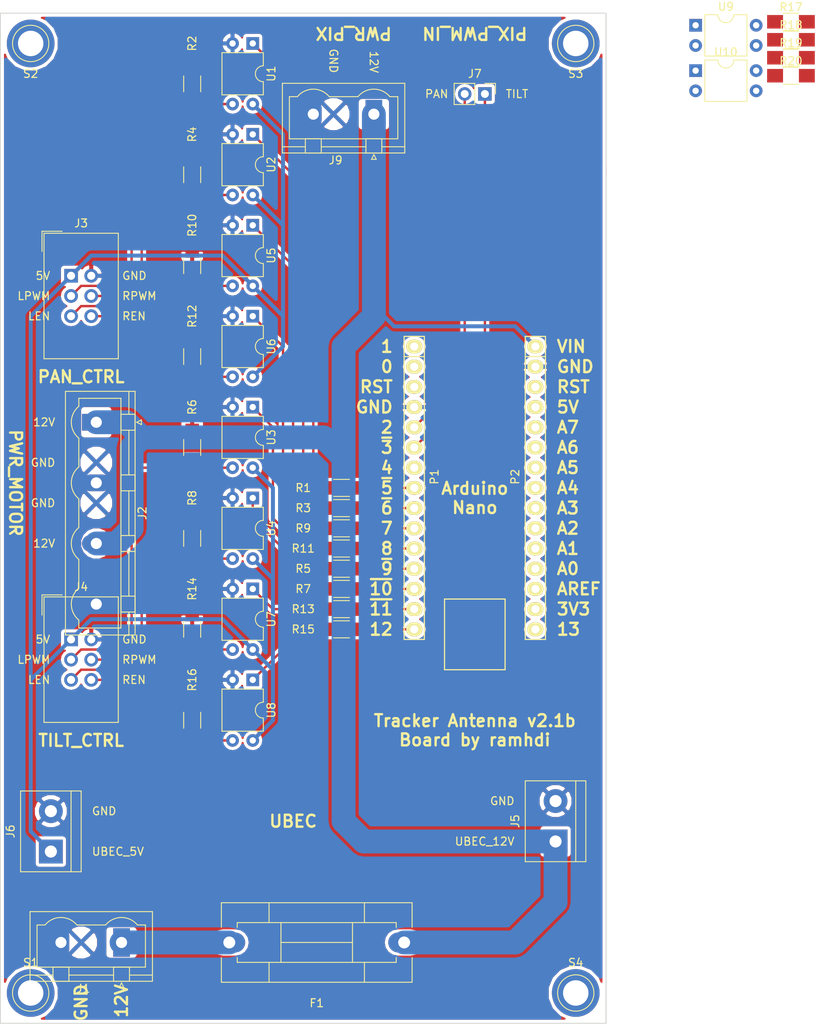
<source format=kicad_pcb>
(kicad_pcb (version 20171130) (host pcbnew "(5.0.0)")
  (title_block (title "Tracker Antenna v2.1b") (date 2018-07-12) (company "Aksantara ITB"))
  (layers (0 F.Cu signal) (31 B.Cu signal) (34 B.Paste user) (35 F.Paste user) (36 B.SilkS user) (37 F.SilkS user) (38 B.Mask user) (39 F.Mask user) (44 Edge.Cuts user))
  (net 0 "")
  (net 1 "/1(Tx)")
  (net 2 "/0(Rx)")
  (net 3 /Reset)
  (net 4 GND)
  (net 5 /4)
  (net 6 +5V)
  (net 7 /A7)
  (net 8 /A6)
  (net 9 /A5)
  (net 10 /A4)
  (net 11 /A3)
  (net 12 /A2)
  (net 13 /A1)
  (net 14 /A0)
  (net 15 /AREF)
  (net 16 "/13(SCK)")
  (net 17 "Net-(F1-Pad2)")
  (net 18 +12V)
  (net 19 PAN_L_EN)
  (net 20 PAN_R_EN)
  (net 21 PAN_L_PWM)
  (net 22 PAN_R_PWM)
  (net 23 TILT_L_EN)
  (net 24 TILT_R_EN)
  (net 25 TILT_L_PWM)
  (net 26 TILT_R_PWM)
  (net 27 PAN_PWM_IN)
  (net 28 TILT_PWM_IN)
  (net 29 /5V)
  (net 30 /3V3)
  (net 31 PAN_L_PWM_ISOL)
  (net 32 PAN_R_PWM_ISOL)
  (net 33 TILT_L_PWM_ISOL)
  (net 34 TILT_R_PWM_ISOL)
  (net 35 "Net-(R1-Pad1)")
  (net 36 "Net-(R3-Pad2)")
  (net 37 "Net-(R5-Pad1)")
  (net 38 "Net-(R7-Pad2)")
  (net 39 "Net-(R9-Pad1)")
  (net 40 PAN_L_EN_ISOL)
  (net 41 "Net-(R11-Pad2)")
  (net 42 PAN_R_EN_ISOL)
  (net 43 "Net-(R13-Pad1)")
  (net 44 TILT_L_EN_ISOL)
  (net 45 "Net-(R15-Pad2)")
  (net 46 TILT_R_EN_ISOL)
  (net 47 PAN_PWM_IN_ISOL)
  (net 48 TILT_PWM_IN_ISOL)
  (net 49 "Net-(R17-Pad1)")
  (net 50 "Net-(R19-Pad2)")
  (module Fuse_Holders_and_Fuses:Fuseholder5x20_horiz_SemiClosed_Casing10x25mm (layer F.Cu) (at 110.236 133.477 180)
    (fp_text reference F1 (at 11 -7.62 180) (layer F.SilkS))
    (fp_text value Fuse)
    (pad 2 thru_hole oval (at 22 0 90) (size 2.5 4) (drill 1.5) (layers *.Cu *.Mask) (net 17 "Net-(F1-Pad2)"))
    (pad 1 thru_hole oval (at 0 0 90) (size 2.5 4) (drill 1.5) (layers *.Cu *.Mask) (net 18 +12V))
  )
  (module Connectors:1pin (layer F.Cu) (at 131.826 20.447)
    (fp_text reference S3 (at 0 3.81) (layer F.SilkS))
    (fp_text value 1pin)
    (pad 1 thru_hole circle (at 0 0) (size 6 6) (drill 3.2) (layers *.Cu *.Mask))
  )
  (module Connectors:1pin (layer F.Cu) (at 131.826 139.827)
    (fp_text reference S4 (at 0 -3.81) (layer F.SilkS))
    (fp_text value 1pin)
    (pad 1 thru_hole circle (at 0 0) (size 6 6) (drill 3.2) (layers *.Cu *.Mask))
  )
  (module Connectors:1pin (layer F.Cu) (at 63.246 139.827)
    (fp_text reference S1 (at 0 -3.81) (layer F.SilkS))
    (fp_text value 1pin)
    (pad 1 thru_hole circle (at 0 0) (size 6 6) (drill 3.2) (layers *.Cu *.Mask))
  )
  (module Socket_Arduino_Nano:Socket_Strip_Arduino_1x15 (layer F.Cu) (at 111.506 58.547 270)
    (fp_text reference P1 (at 16.383 -2.54 270) (layer F.SilkS))
    (fp_text value Digital)
    (pad 1 thru_hole oval (at 0 0 270) (size 1.7272 2.032) (drill 1.016) (layers *.Cu *.Mask F.SilkS) (net 1 "/1(Tx)"))
    (pad 2 thru_hole oval (at 2.54 0 270) (size 1.7272 2.032) (drill 1.016) (layers *.Cu *.Mask F.SilkS) (net 2 "/0(Rx)"))
    (pad 3 thru_hole oval (at 5.08 0 270) (size 1.7272 2.032) (drill 1.016) (layers *.Cu *.Mask F.SilkS) (net 3 /Reset))
    (pad 4 thru_hole oval (at 7.62 0 270) (size 1.7272 2.032) (drill 1.016) (layers *.Cu *.Mask F.SilkS) (net 4 GND))
    (pad 5 thru_hole oval (at 10.16 0 270) (size 1.7272 2.032) (drill 1.016) (layers *.Cu *.Mask F.SilkS) (net 47 PAN_PWM_IN_ISOL))
    (pad 6 thru_hole oval (at 12.7 0 270) (size 1.7272 2.032) (drill 1.016) (layers *.Cu *.Mask F.SilkS) (net 48 TILT_PWM_IN_ISOL))
    (pad 7 thru_hole oval (at 15.24 0 270) (size 1.7272 2.032) (drill 1.016) (layers *.Cu *.Mask F.SilkS) (net 5 /4))
    (pad 8 thru_hole oval (at 17.78 0 270) (size 1.7272 2.032) (drill 1.016) (layers *.Cu *.Mask F.SilkS) (net 21 PAN_L_PWM))
    (pad 9 thru_hole oval (at 20.32 0 270) (size 1.7272 2.032) (drill 1.016) (layers *.Cu *.Mask F.SilkS) (net 22 PAN_R_PWM))
    (pad 10 thru_hole oval (at 22.86 0 270) (size 1.7272 2.032) (drill 1.016) (layers *.Cu *.Mask F.SilkS) (net 19 PAN_L_EN))
    (pad 11 thru_hole oval (at 25.4 0 270) (size 1.7272 2.032) (drill 1.016) (layers *.Cu *.Mask F.SilkS) (net 20 PAN_R_EN))
    (pad 12 thru_hole oval (at 27.94 0 270) (size 1.7272 2.032) (drill 1.016) (layers *.Cu *.Mask F.SilkS) (net 25 TILT_L_PWM))
    (pad 13 thru_hole oval (at 30.48 0 270) (size 1.7272 2.032) (drill 1.016) (layers *.Cu *.Mask F.SilkS) (net 26 TILT_R_PWM))
    (pad 14 thru_hole oval (at 33.02 0 270) (size 1.7272 2.032) (drill 1.016) (layers *.Cu *.Mask F.SilkS) (net 23 TILT_L_EN))
    (pad 15 thru_hole oval (at 35.56 0 270) (size 1.7272 2.032) (drill 1.016) (layers *.Cu *.Mask F.SilkS) (net 24 TILT_R_EN))
  )
  (module Socket_Arduino_Nano:Socket_Strip_Arduino_1x15 (layer F.Cu) (at 126.746 58.547 270)
    (fp_text reference P2 (at 16.383 2.54 270) (layer F.SilkS))
    (fp_text value Analog)
    (pad 1 thru_hole oval (at 0 0 270) (size 1.7272 2.032) (drill 1.016) (layers *.Cu *.Mask F.SilkS) (net 18 +12V))
    (pad 2 thru_hole oval (at 2.54 0 270) (size 1.7272 2.032) (drill 1.016) (layers *.Cu *.Mask F.SilkS) (net 4 GND))
    (pad 3 thru_hole oval (at 5.08 0 270) (size 1.7272 2.032) (drill 1.016) (layers *.Cu *.Mask F.SilkS) (net 3 /Reset))
    (pad 4 thru_hole oval (at 7.62 0 270) (size 1.7272 2.032) (drill 1.016) (layers *.Cu *.Mask F.SilkS) (net 29 /5V))
    (pad 5 thru_hole oval (at 10.16 0 270) (size 1.7272 2.032) (drill 1.016) (layers *.Cu *.Mask F.SilkS) (net 7 /A7))
    (pad 6 thru_hole oval (at 12.7 0 270) (size 1.7272 2.032) (drill 1.016) (layers *.Cu *.Mask F.SilkS) (net 8 /A6))
    (pad 7 thru_hole oval (at 15.24 0 270) (size 1.7272 2.032) (drill 1.016) (layers *.Cu *.Mask F.SilkS) (net 9 /A5))
    (pad 8 thru_hole oval (at 17.78 0 270) (size 1.7272 2.032) (drill 1.016) (layers *.Cu *.Mask F.SilkS) (net 10 /A4))
    (pad 9 thru_hole oval (at 20.32 0 270) (size 1.7272 2.032) (drill 1.016) (layers *.Cu *.Mask F.SilkS) (net 11 /A3))
    (pad 10 thru_hole oval (at 22.86 0 270) (size 1.7272 2.032) (drill 1.016) (layers *.Cu *.Mask F.SilkS) (net 12 /A2))
    (pad 11 thru_hole oval (at 25.4 0 270) (size 1.7272 2.032) (drill 1.016) (layers *.Cu *.Mask F.SilkS) (net 13 /A1))
    (pad 12 thru_hole oval (at 27.94 0 270) (size 1.7272 2.032) (drill 1.016) (layers *.Cu *.Mask F.SilkS) (net 14 /A0))
    (pad 13 thru_hole oval (at 30.48 0 270) (size 1.7272 2.032) (drill 1.016) (layers *.Cu *.Mask F.SilkS) (net 15 /AREF))
    (pad 14 thru_hole oval (at 33.02 0 270) (size 1.7272 2.032) (drill 1.016) (layers *.Cu *.Mask F.SilkS) (net 30 /3V3))
    (pad 15 thru_hole oval (at 35.56 0 270) (size 1.7272 2.032) (drill 1.016) (layers *.Cu *.Mask F.SilkS) (net 16 "/13(SCK)"))
  )
  (module Connectors:1pin (layer F.Cu) (at 63.246 20.447)
    (fp_text reference S2 (at 0 3.81) (layer F.SilkS))
    (fp_text value 1pin)
    (pad 1 thru_hole circle (at 0 0) (size 6 6) (drill 3.2) (layers *.Cu *.Mask))
  )
  (module Housings_DIP:DIP-4_W7.62mm (layer F.Cu) (at 91.186 20.447 270)
    (fp_text reference U1 (at 3.81 -2.33 270) (layer F.SilkS))
    (fp_text value TLP785)
    (pad 1 thru_hole rect (at 0 0 270) (size 1.6 1.6) (drill 0.8) (layers *.Cu *.Mask) (net 35 "Net-(R1-Pad1)"))
    (pad 3 thru_hole oval (at 7.62 2.54 270) (size 1.6 1.6) (drill 0.8) (layers *.Cu *.Mask) (net 31 PAN_L_PWM_ISOL))
    (pad 2 thru_hole oval (at 0 2.54 270) (size 1.6 1.6) (drill 0.8) (layers *.Cu *.Mask) (net 4 GND))
    (pad 4 thru_hole oval (at 7.62 0 270) (size 1.6 1.6) (drill 0.8) (layers *.Cu *.Mask) (net 6 +5V))
  )
  (module Housings_DIP:DIP-4_W7.62mm (layer F.Cu) (at 91.186 31.877 270)
    (fp_text reference U2 (at 3.81 -2.33 270) (layer F.SilkS))
    (fp_text value TLP785)
    (pad 1 thru_hole rect (at 0 0 270) (size 1.6 1.6) (drill 0.8) (layers *.Cu *.Mask) (net 36 "Net-(R3-Pad2)"))
    (pad 3 thru_hole oval (at 7.62 2.54 270) (size 1.6 1.6) (drill 0.8) (layers *.Cu *.Mask) (net 32 PAN_R_PWM_ISOL))
    (pad 2 thru_hole oval (at 0 2.54 270) (size 1.6 1.6) (drill 0.8) (layers *.Cu *.Mask) (net 4 GND))
    (pad 4 thru_hole oval (at 7.62 0 270) (size 1.6 1.6) (drill 0.8) (layers *.Cu *.Mask) (net 6 +5V))
  )
  (module Housings_DIP:DIP-4_W7.62mm (layer F.Cu) (at 91.186 66.167 270)
    (fp_text reference U3 (at 3.81 -2.33 270) (layer F.SilkS))
    (fp_text value TLP785)
    (pad 1 thru_hole rect (at 0 0 270) (size 1.6 1.6) (drill 0.8) (layers *.Cu *.Mask) (net 37 "Net-(R5-Pad1)"))
    (pad 3 thru_hole oval (at 7.62 2.54 270) (size 1.6 1.6) (drill 0.8) (layers *.Cu *.Mask) (net 33 TILT_L_PWM_ISOL))
    (pad 2 thru_hole oval (at 0 2.54 270) (size 1.6 1.6) (drill 0.8) (layers *.Cu *.Mask) (net 4 GND))
    (pad 4 thru_hole oval (at 7.62 0 270) (size 1.6 1.6) (drill 0.8) (layers *.Cu *.Mask) (net 6 +5V))
  )
  (module Housings_DIP:DIP-4_W7.62mm (layer F.Cu) (at 91.186 77.597 270)
    (fp_text reference U4 (at 3.81 -2.33 270) (layer F.SilkS))
    (fp_text value TLP785)
    (pad 1 thru_hole rect (at 0 0 270) (size 1.6 1.6) (drill 0.8) (layers *.Cu *.Mask) (net 38 "Net-(R7-Pad2)"))
    (pad 3 thru_hole oval (at 7.62 2.54 270) (size 1.6 1.6) (drill 0.8) (layers *.Cu *.Mask) (net 34 TILT_R_PWM_ISOL))
    (pad 2 thru_hole oval (at 0 2.54 270) (size 1.6 1.6) (drill 0.8) (layers *.Cu *.Mask) (net 4 GND))
    (pad 4 thru_hole oval (at 7.62 0 270) (size 1.6 1.6) (drill 0.8) (layers *.Cu *.Mask) (net 6 +5V))
  )
  (module Housings_DIP:DIP-4_W7.62mm (layer F.Cu) (at 91.186 43.307 270)
    (fp_text reference U5 (at 3.81 -2.33 270) (layer F.SilkS))
    (fp_text value TLP785)
    (pad 1 thru_hole rect (at 0 0 270) (size 1.6 1.6) (drill 0.8) (layers *.Cu *.Mask) (net 39 "Net-(R9-Pad1)"))
    (pad 3 thru_hole oval (at 7.62 2.54 270) (size 1.6 1.6) (drill 0.8) (layers *.Cu *.Mask) (net 40 PAN_L_EN_ISOL))
    (pad 2 thru_hole oval (at 0 2.54 270) (size 1.6 1.6) (drill 0.8) (layers *.Cu *.Mask) (net 4 GND))
    (pad 4 thru_hole oval (at 7.62 0 270) (size 1.6 1.6) (drill 0.8) (layers *.Cu *.Mask) (net 6 +5V))
  )
  (module Housings_DIP:DIP-4_W7.62mm (layer F.Cu) (at 91.186 54.737 270)
    (fp_text reference U6 (at 3.81 -2.33 270) (layer F.SilkS))
    (fp_text value TLP785)
    (pad 1 thru_hole rect (at 0 0 270) (size 1.6 1.6) (drill 0.8) (layers *.Cu *.Mask) (net 41 "Net-(R11-Pad2)"))
    (pad 3 thru_hole oval (at 7.62 2.54 270) (size 1.6 1.6) (drill 0.8) (layers *.Cu *.Mask) (net 42 PAN_R_EN_ISOL))
    (pad 2 thru_hole oval (at 0 2.54 270) (size 1.6 1.6) (drill 0.8) (layers *.Cu *.Mask) (net 4 GND))
    (pad 4 thru_hole oval (at 7.62 0 270) (size 1.6 1.6) (drill 0.8) (layers *.Cu *.Mask) (net 6 +5V))
  )
  (module Housings_DIP:DIP-4_W7.62mm (layer F.Cu) (at 91.186 89.027 270)
    (fp_text reference U7 (at 3.81 -2.33 270) (layer F.SilkS))
    (fp_text value TLP785)
    (pad 1 thru_hole rect (at 0 0 270) (size 1.6 1.6) (drill 0.8) (layers *.Cu *.Mask) (net 43 "Net-(R13-Pad1)"))
    (pad 3 thru_hole oval (at 7.62 2.54 270) (size 1.6 1.6) (drill 0.8) (layers *.Cu *.Mask) (net 44 TILT_L_EN_ISOL))
    (pad 2 thru_hole oval (at 0 2.54 270) (size 1.6 1.6) (drill 0.8) (layers *.Cu *.Mask) (net 4 GND))
    (pad 4 thru_hole oval (at 7.62 0 270) (size 1.6 1.6) (drill 0.8) (layers *.Cu *.Mask) (net 6 +5V))
  )
  (module Housings_DIP:DIP-4_W7.62mm (layer F.Cu) (at 91.186 100.457 270)
    (fp_text reference U8 (at 3.81 -2.33 270) (layer F.SilkS))
    (fp_text value TLP785)
    (pad 1 thru_hole rect (at 0 0 270) (size 1.6 1.6) (drill 0.8) (layers *.Cu *.Mask) (net 45 "Net-(R15-Pad2)"))
    (pad 3 thru_hole oval (at 7.62 2.54 270) (size 1.6 1.6) (drill 0.8) (layers *.Cu *.Mask) (net 46 TILT_R_EN_ISOL))
    (pad 2 thru_hole oval (at 0 2.54 270) (size 1.6 1.6) (drill 0.8) (layers *.Cu *.Mask) (net 4 GND))
    (pad 4 thru_hole oval (at 7.62 0 270) (size 1.6 1.6) (drill 0.8) (layers *.Cu *.Mask) (net 6 +5V))
  )
  (module Resistors_SMD:R_1206_HandSoldering (layer F.Cu) (at 102.362 76.327)
    (fp_text reference R1 (at -4.826 0) (layer F.SilkS))
    (fp_text value 1k)
    (pad 1 smd rect (at -2 0) (size 2 1.7) (layers F.Cu F.Paste F.Mask) (net 35 "Net-(R1-Pad1)"))
    (pad 2 smd rect (at 2 0) (size 2 1.7) (layers F.Cu F.Paste F.Mask) (net 21 PAN_L_PWM))
  )
  (module Resistors_SMD:R_1206_HandSoldering (layer F.Cu) (at 83.566 25.527 270)
    (fp_text reference R2 (at -5.08 0 270) (layer F.SilkS))
    (fp_text value 1k)
    (pad 1 smd rect (at -2 0 270) (size 2 1.7) (layers F.Cu F.Paste F.Mask) (net 4 GND))
    (pad 2 smd rect (at 2 0 270) (size 2 1.7) (layers F.Cu F.Paste F.Mask) (net 31 PAN_L_PWM_ISOL))
  )
  (module Resistors_SMD:R_1206_HandSoldering (layer F.Cu) (at 102.362 78.867 180)
    (fp_text reference R3 (at 4.826 0 180) (layer F.SilkS))
    (fp_text value 1k)
    (pad 1 smd rect (at -2 0 180) (size 2 1.7) (layers F.Cu F.Paste F.Mask) (net 22 PAN_R_PWM))
    (pad 2 smd rect (at 2 0 180) (size 2 1.7) (layers F.Cu F.Paste F.Mask) (net 36 "Net-(R3-Pad2)"))
  )
  (module Resistors_SMD:R_1206_HandSoldering (layer F.Cu) (at 83.566 36.957 90)
    (fp_text reference R4 (at 5.08 0 90) (layer F.SilkS))
    (fp_text value 1k)
    (pad 1 smd rect (at -2 0 90) (size 2 1.7) (layers F.Cu F.Paste F.Mask) (net 32 PAN_R_PWM_ISOL))
    (pad 2 smd rect (at 2 0 90) (size 2 1.7) (layers F.Cu F.Paste F.Mask) (net 4 GND))
  )
  (module Resistors_SMD:R_1206_HandSoldering (layer F.Cu) (at 102.362 86.487)
    (fp_text reference R5 (at -4.826 0) (layer F.SilkS))
    (fp_text value 1k)
    (pad 1 smd rect (at -2 0) (size 2 1.7) (layers F.Cu F.Paste F.Mask) (net 37 "Net-(R5-Pad1)"))
    (pad 2 smd rect (at 2 0) (size 2 1.7) (layers F.Cu F.Paste F.Mask) (net 25 TILT_L_PWM))
  )
  (module Resistors_SMD:R_1206_HandSoldering (layer F.Cu) (at 83.566 71.247 270)
    (fp_text reference R6 (at -5.08 0 270) (layer F.SilkS))
    (fp_text value 1k)
    (pad 1 smd rect (at -2 0 270) (size 2 1.7) (layers F.Cu F.Paste F.Mask) (net 4 GND))
    (pad 2 smd rect (at 2 0 270) (size 2 1.7) (layers F.Cu F.Paste F.Mask) (net 33 TILT_L_PWM_ISOL))
  )
  (module Resistors_SMD:R_1206_HandSoldering (layer F.Cu) (at 102.362 89.027 180)
    (fp_text reference R7 (at 4.826 0 180) (layer F.SilkS))
    (fp_text value 1k)
    (pad 1 smd rect (at -2 0 180) (size 2 1.7) (layers F.Cu F.Paste F.Mask) (net 26 TILT_R_PWM))
    (pad 2 smd rect (at 2 0 180) (size 2 1.7) (layers F.Cu F.Paste F.Mask) (net 38 "Net-(R7-Pad2)"))
  )
  (module Resistors_SMD:R_1206_HandSoldering (layer F.Cu) (at 83.566 82.677 90)
    (fp_text reference R8 (at 5.08 0 90) (layer F.SilkS))
    (fp_text value 1k)
    (pad 1 smd rect (at -2 0 90) (size 2 1.7) (layers F.Cu F.Paste F.Mask) (net 34 TILT_R_PWM_ISOL))
    (pad 2 smd rect (at 2 0 90) (size 2 1.7) (layers F.Cu F.Paste F.Mask) (net 4 GND))
  )
  (module Resistors_SMD:R_1206_HandSoldering (layer F.Cu) (at 102.362 81.407)
    (fp_text reference R9 (at -4.826 0) (layer F.SilkS))
    (fp_text value 1k)
    (pad 1 smd rect (at -2 0) (size 2 1.7) (layers F.Cu F.Paste F.Mask) (net 39 "Net-(R9-Pad1)"))
    (pad 2 smd rect (at 2 0) (size 2 1.7) (layers F.Cu F.Paste F.Mask) (net 19 PAN_L_EN))
  )
  (module Resistors_SMD:R_1206_HandSoldering (layer F.Cu) (at 83.566 48.387 270)
    (fp_text reference R10 (at -5.08 0 270) (layer F.SilkS))
    (fp_text value 1k)
    (pad 1 smd rect (at -2 0 270) (size 2 1.7) (layers F.Cu F.Paste F.Mask) (net 4 GND))
    (pad 2 smd rect (at 2 0 270) (size 2 1.7) (layers F.Cu F.Paste F.Mask) (net 40 PAN_L_EN_ISOL))
  )
  (module Resistors_SMD:R_1206_HandSoldering (layer F.Cu) (at 102.362 83.947 180)
    (fp_text reference R11 (at 4.826 0 180) (layer F.SilkS))
    (fp_text value 1k)
    (pad 1 smd rect (at -2 0 180) (size 2 1.7) (layers F.Cu F.Paste F.Mask) (net 20 PAN_R_EN))
    (pad 2 smd rect (at 2 0 180) (size 2 1.7) (layers F.Cu F.Paste F.Mask) (net 41 "Net-(R11-Pad2)"))
  )
  (module Resistors_SMD:R_1206_HandSoldering (layer F.Cu) (at 83.566 59.817 90)
    (fp_text reference R12 (at 5.08 0 90) (layer F.SilkS))
    (fp_text value 1k)
    (pad 1 smd rect (at -2 0 90) (size 2 1.7) (layers F.Cu F.Paste F.Mask) (net 42 PAN_R_EN_ISOL))
    (pad 2 smd rect (at 2 0 90) (size 2 1.7) (layers F.Cu F.Paste F.Mask) (net 4 GND))
  )
  (module Resistors_SMD:R_1206_HandSoldering (layer F.Cu) (at 102.362 91.567)
    (fp_text reference R13 (at -4.826 0) (layer F.SilkS))
    (fp_text value 1k)
    (pad 1 smd rect (at -2 0) (size 2 1.7) (layers F.Cu F.Paste F.Mask) (net 43 "Net-(R13-Pad1)"))
    (pad 2 smd rect (at 2 0) (size 2 1.7) (layers F.Cu F.Paste F.Mask) (net 23 TILT_L_EN))
  )
  (module Resistors_SMD:R_1206_HandSoldering (layer F.Cu) (at 83.566 94.107 270)
    (fp_text reference R14 (at -5.08 0 270) (layer F.SilkS))
    (fp_text value 1k)
    (pad 1 smd rect (at -2 0 270) (size 2 1.7) (layers F.Cu F.Paste F.Mask) (net 4 GND))
    (pad 2 smd rect (at 2 0 270) (size 2 1.7) (layers F.Cu F.Paste F.Mask) (net 44 TILT_L_EN_ISOL))
  )
  (module Resistors_SMD:R_1206_HandSoldering (layer F.Cu) (at 102.362 94.107 180)
    (fp_text reference R15 (at 4.826 0 180) (layer F.SilkS))
    (fp_text value 1k)
    (pad 1 smd rect (at -2 0 180) (size 2 1.7) (layers F.Cu F.Paste F.Mask) (net 24 TILT_R_EN))
    (pad 2 smd rect (at 2 0 180) (size 2 1.7) (layers F.Cu F.Paste F.Mask) (net 45 "Net-(R15-Pad2)"))
  )
  (module Resistors_SMD:R_1206_HandSoldering (layer F.Cu) (at 83.566 105.537 90)
    (fp_text reference R16 (at 5.08 0 90) (layer F.SilkS))
    (fp_text value 1k)
    (pad 1 smd rect (at -2 0 90) (size 2 1.7) (layers F.Cu F.Paste F.Mask) (net 46 TILT_R_EN_ISOL))
    (pad 2 smd rect (at 2 0 90) (size 2 1.7) (layers F.Cu F.Paste F.Mask) (net 4 GND))
  )
  (module Pin_Headers:Pin_Header_Straight_1x02_Pitch2.54mm (layer F.Cu) (at 120.396 26.797 270)
    (fp_text reference J7 (at -2.54 1.27) (layer F.SilkS))
    (fp_text value PIX_PWM_IN)
    (pad 1 thru_hole rect (at 0 0 270) (size 1.7 1.7) (drill 1) (layers *.Cu *.Mask) (net 28 TILT_PWM_IN))
    (pad 2 thru_hole oval (at 0 2.54 270) (size 1.7 1.7) (drill 1) (layers *.Cu *.Mask) (net 27 PAN_PWM_IN))
  )
  (module Connectors_Terminal_Blocks:TerminalBlock_bornier-2_P5.08mm (layer F.Cu) (at 129.286 120.777 90)
    (fp_text reference J5 (at 2.54 -5.08 90) (layer F.SilkS))
    (fp_text value BEC_IN_12V)
    (pad 1 thru_hole rect (at 0 0 90) (size 3 3) (drill 1.52) (layers *.Cu *.Mask) (net 18 +12V))
    (pad 2 thru_hole circle (at 5.08 0 90) (size 3 3) (drill 1.52) (layers *.Cu *.Mask) (net 4 GND))
  )
  (module Connectors_Terminal_Blocks:TerminalBlock_bornier-2_P5.08mm (layer F.Cu) (at 65.786 122.047 90)
    (fp_text reference J6 (at 2.54 -5.08 90) (layer F.SilkS))
    (fp_text value BEC_OUT_5V)
    (pad 2 thru_hole circle (at 5.08 0 90) (size 3 3) (drill 1.52) (layers *.Cu *.Mask) (net 4 GND))
    (pad 1 thru_hole rect (at 0 0 90) (size 3 3) (drill 1.52) (layers *.Cu *.Mask) (net 6 +5V))
  )
  (module Resistors_SMD:R_1206_HandSoldering (layer F.Cu) (at 158.906002 17.722)
    (fp_text reference R17 (at 0 -1.85) (layer F.SilkS))
    (fp_text value 1k)
    (pad 2 smd rect (at 2 0) (size 2 1.7) (layers F.Cu F.Paste F.Mask) (net 27 PAN_PWM_IN))
    (pad 1 smd rect (at -2 0) (size 2 1.7) (layers F.Cu F.Paste F.Mask) (net 49 "Net-(R17-Pad1)"))
  )
  (module Resistors_SMD:R_1206_HandSoldering (layer F.Cu) (at 158.906002 19.982)
    (fp_text reference R18 (at 0 -1.85) (layer F.SilkS))
    (fp_text value 1k)
    (pad 1 smd rect (at -2 0) (size 2 1.7) (layers F.Cu F.Paste F.Mask) (net 4 GND))
    (pad 2 smd rect (at 2 0) (size 2 1.7) (layers F.Cu F.Paste F.Mask) (net 47 PAN_PWM_IN_ISOL))
  )
  (module Resistors_SMD:R_1206_HandSoldering (layer F.Cu) (at 158.906002 22.242)
    (fp_text reference R19 (at 0 -1.85) (layer F.SilkS))
    (fp_text value 1k)
    (pad 2 smd rect (at 2 0) (size 2 1.7) (layers F.Cu F.Paste F.Mask) (net 50 "Net-(R19-Pad2)"))
    (pad 1 smd rect (at -2 0) (size 2 1.7) (layers F.Cu F.Paste F.Mask) (net 28 TILT_PWM_IN))
  )
  (module Resistors_SMD:R_1206_HandSoldering (layer F.Cu) (at 158.906002 24.502)
    (fp_text reference R20 (at 0 -1.85) (layer F.SilkS))
    (fp_text value 1k)
    (pad 1 smd rect (at -2 0) (size 2 1.7) (layers F.Cu F.Paste F.Mask) (net 48 TILT_PWM_IN_ISOL))
    (pad 2 smd rect (at 2 0) (size 2 1.7) (layers F.Cu F.Paste F.Mask) (net 4 GND))
  )
  (module Housings_DIP:DIP-4_W7.62mm (layer F.Cu) (at 146.906002 18.162)
    (fp_text reference U9 (at 3.81 -2.33) (layer F.SilkS))
    (fp_text value TLP785)
    (pad 1 thru_hole rect (at 0 0) (size 1.6 1.6) (drill 0.8) (layers *.Cu *.Mask) (net 49 "Net-(R17-Pad1)"))
    (pad 3 thru_hole oval (at 7.62 2.54) (size 1.6 1.6) (drill 0.8) (layers *.Cu *.Mask) (net 47 PAN_PWM_IN_ISOL))
    (pad 2 thru_hole oval (at 0 2.54) (size 1.6 1.6) (drill 0.8) (layers *.Cu *.Mask) (net 4 GND))
    (pad 4 thru_hole oval (at 7.62 0) (size 1.6 1.6) (drill 0.8) (layers *.Cu *.Mask) (net 6 +5V))
  )
  (module Housings_DIP:DIP-4_W7.62mm (layer F.Cu) (at 146.906002 23.862)
    (fp_text reference U10 (at 3.81 -2.33) (layer F.SilkS))
    (fp_text value TLP785)
    (pad 4 thru_hole oval (at 7.62 0) (size 1.6 1.6) (drill 0.8) (layers *.Cu *.Mask) (net 6 +5V))
    (pad 2 thru_hole oval (at 0 2.54) (size 1.6 1.6) (drill 0.8) (layers *.Cu *.Mask) (net 4 GND))
    (pad 3 thru_hole oval (at 7.62 2.54) (size 1.6 1.6) (drill 0.8) (layers *.Cu *.Mask) (net 48 TILT_PWM_IN_ISOL))
    (pad 1 thru_hole rect (at 0 0) (size 1.6 1.6) (drill 0.8) (layers *.Cu *.Mask) (net 50 "Net-(R19-Pad2)"))
  )
  (module Connectors_Phoenix:PhoenixContact_GMSTBVA-G_02x7.62mm_Vertical (layer F.Cu) (at 74.676 133.477 180)
    (fp_text reference J1 (at 4.81 -5.8 180) (layer F.SilkS))
    (fp_text value Vin_12V)
    (pad 1 thru_hole rect (at 0 0 180) (size 2.1 3.6) (drill 1.4) (layers *.Cu *.Mask) (net 17 "Net-(F1-Pad2)"))
    (pad 2 thru_hole oval (at 7.62 0 180) (size 2.1 3.6) (drill 1.4) (layers *.Cu *.Mask) (net 4 GND))
  )
  (module Connectors_Phoenix:PhoenixContact_GMSTBVA-G_04x7.62mm_Vertical (layer F.Cu) (at 71.501 68.072 270)
    (fp_text reference J2 (at 11.43 -5.8 270) (layer F.SilkS))
    (fp_text value Motor_12V)
    (pad 4 thru_hole oval (at 22.86 0 270) (size 2.1 3.6) (drill 1.4) (layers *.Cu *.Mask) (net 18 +12V))
    (pad 3 thru_hole oval (at 15.24 0 270) (size 2.1 3.6) (drill 1.4) (layers *.Cu *.Mask) (net 4 GND))
    (pad 2 thru_hole oval (at 7.62 0 270) (size 2.1 3.6) (drill 1.4) (layers *.Cu *.Mask) (net 4 GND))
    (pad 1 thru_hole rect (at 0 0 270) (size 2.1 3.6) (drill 1.4) (layers *.Cu *.Mask) (net 18 +12V))
  )
  (module Connector_IDC:IDC-Header_2x03_P2.54mm_Vertical (layer F.Cu) (at 68.326 49.657)
    (fp_text reference J3 (at 1.27 -6.604) (layer F.SilkS))
    (fp_text value Pan_Ctrl)
    (pad 6 thru_hole oval (at 2.54 5.08) (size 1.7272 1.7272) (drill 1.016) (layers *.Cu *.Mask) (net 42 PAN_R_EN_ISOL))
    (pad 5 thru_hole oval (at 0 5.08) (size 1.7272 1.7272) (drill 1.016) (layers *.Cu *.Mask) (net 40 PAN_L_EN_ISOL))
    (pad 4 thru_hole oval (at 2.54 2.54) (size 1.7272 1.7272) (drill 1.016) (layers *.Cu *.Mask) (net 32 PAN_R_PWM_ISOL))
    (pad 3 thru_hole oval (at 0 2.54) (size 1.7272 1.7272) (drill 1.016) (layers *.Cu *.Mask) (net 31 PAN_L_PWM_ISOL))
    (pad 2 thru_hole oval (at 2.54 0) (size 1.7272 1.7272) (drill 1.016) (layers *.Cu *.Mask) (net 4 GND))
    (pad 1 thru_hole rect (at 0 0) (size 1.7272 1.7272) (drill 1.016) (layers *.Cu *.Mask) (net 6 +5V))
  )
  (module Connector_IDC:IDC-Header_2x03_P2.54mm_Vertical (layer F.Cu) (at 68.326 95.377)
    (fp_text reference J4 (at 1.27 -6.604) (layer F.SilkS))
    (fp_text value Tilt_Ctrl)
    (pad 1 thru_hole rect (at 0 0) (size 1.7272 1.7272) (drill 1.016) (layers *.Cu *.Mask) (net 6 +5V))
    (pad 2 thru_hole oval (at 2.54 0) (size 1.7272 1.7272) (drill 1.016) (layers *.Cu *.Mask) (net 4 GND))
    (pad 3 thru_hole oval (at 0 2.54) (size 1.7272 1.7272) (drill 1.016) (layers *.Cu *.Mask) (net 33 TILT_L_PWM_ISOL))
    (pad 4 thru_hole oval (at 2.54 2.54) (size 1.7272 1.7272) (drill 1.016) (layers *.Cu *.Mask) (net 34 TILT_R_PWM_ISOL))
    (pad 5 thru_hole oval (at 0 5.08) (size 1.7272 1.7272) (drill 1.016) (layers *.Cu *.Mask) (net 44 TILT_L_EN_ISOL))
    (pad 6 thru_hole oval (at 2.54 5.08) (size 1.7272 1.7272) (drill 1.016) (layers *.Cu *.Mask) (net 46 TILT_R_EN_ISOL))
  )
  (module Connectors_Phoenix:PhoenixContact_GMSTBVA-G_02x7.62mm_Vertical (layer F.Cu) (at 106.426 29.337 180)
    (fp_text reference J9 (at 4.81 -5.8 180) (layer F.SilkS))
    (fp_text value Vout_12V)
    (pad 2 thru_hole oval (at 7.62 0 180) (size 2.1 3.6) (drill 1.4) (layers *.Cu *.Mask) (net 4 GND))
    (pad 1 thru_hole rect (at 0 0 180) (size 2.1 3.6) (drill 1.4) (layers *.Cu *.Mask) (net 18 +12V))
  )
  (gr_line (start 135.636 16.637) (end 135.636 143.637) (angle 90) (layer Edge.Cuts) (width 0.1))
  (gr_line (start 59.436 16.637) (end 135.636 16.637) (angle 90) (layer Edge.Cuts) (width 0.1))
  (gr_line (start 59.436 143.637) (end 59.436 16.637) (angle 90) (layer Edge.Cuts) (width 0.1))
  (gr_line (start 135.636 143.637) (end 59.436 143.637) (angle 90) (layer Edge.Cuts) (width 0.1))
  (gr_line (start 135.636 36.957) (end 135.636 35.687) (angle 90) (layer Edge.Cuts) (width 0.1))
  (gr_line (start 135.636 16.637) (end 135.636 36.957) (angle 90) (layer Edge.Cuts) (width 0.1))
  (gr_text PAN_CTRL (at 69.596 62.357) (layer F.SilkS) (effects (font (size 1.5 1.5) (thickness 0.3))))
  (gr_line (start 135.636 35.687) (end 135.636 143.637) (angle 90) (layer Edge.Cuts) (width 0.1))
  (gr_text LEN (at 65.786 100.457) (layer F.SilkS) (effects (font (size 1 1)) (justify right)))
  (gr_text TILT (at 122.936 26.797) (layer F.SilkS) (effects (font (size 1 1)) (justify left)))
  (gr_text ~5 (at 108.966 76.327) (layer F.SilkS) (effects (font (size 1.5 1.5) (thickness 0.3)) (justify right)))
  (gr_text PWR_MOTOR (at 61.341 75.692 270) (layer F.SilkS) (effects (font (size 1.5 1.5) (thickness 0.3))))
  (gr_text "Arduino\nNano" (at 119.126 77.597) (layer F.SilkS) (effects (font (size 1.5 1.5) (thickness 0.3))))
  (gr_text VIN (at 129.286 58.547) (layer F.SilkS) (effects (font (size 1.5 1.5) (thickness 0.3)) (justify left)))
  (gr_text GND (at 129.286 61.087) (layer F.SilkS) (effects (font (size 1.5 1.5) (thickness 0.3)) (justify left)))
  (gr_text RST (at 129.286 63.627) (layer F.SilkS) (effects (font (size 1.5 1.5) (thickness 0.3)) (justify left)))
  (gr_text 5V (at 129.286 66.167) (layer F.SilkS) (effects (font (size 1.5 1.5) (thickness 0.3)) (justify left)))
  (gr_text A7 (at 129.286 68.707) (layer F.SilkS) (effects (font (size 1.5 1.5) (thickness 0.3)) (justify left)))
  (gr_text A6 (at 129.286 71.247) (layer F.SilkS) (effects (font (size 1.5 1.5) (thickness 0.3)) (justify left)))
  (gr_text A5 (at 129.286 73.787) (layer F.SilkS) (effects (font (size 1.5 1.5) (thickness 0.3)) (justify left)))
  (gr_text A4 (at 129.286 76.327) (layer F.SilkS) (effects (font (size 1.5 1.5) (thickness 0.3)) (justify left)))
  (gr_text A3 (at 129.286 78.867) (layer F.SilkS) (effects (font (size 1.5 1.5) (thickness 0.3)) (justify left)))
  (gr_text A2 (at 129.286 81.407) (layer F.SilkS) (effects (font (size 1.5 1.5) (thickness 0.3)) (justify left)))
  (gr_text A1 (at 129.286 83.947) (layer F.SilkS) (effects (font (size 1.5 1.5) (thickness 0.3)) (justify left)))
  (gr_text A0 (at 129.286 86.487) (layer F.SilkS) (effects (font (size 1.5 1.5) (thickness 0.3)) (justify left)))
  (gr_text AREF (at 129.286 89.027) (layer F.SilkS) (effects (font (size 1.5 1.5) (thickness 0.3)) (justify left)))
  (gr_text 3V3 (at 129.286 91.567) (layer F.SilkS) (effects (font (size 1.5 1.5) (thickness 0.3)) (justify left)))
  (gr_text 13 (at 129.286 94.107) (layer F.SilkS) (effects (font (size 1.5 1.5) (thickness 0.3)) (justify left)))
  (gr_text 12 (at 108.966 94.107) (layer F.SilkS) (effects (font (size 1.5 1.5) (thickness 0.3)) (justify right)))
  (gr_text ~11 (at 108.966 91.567) (layer F.SilkS) (effects (font (size 1.5 1.5) (thickness 0.3)) (justify right)))
  (gr_text ~10 (at 108.966 89.027) (layer F.SilkS) (effects (font (size 1.5 1.5) (thickness 0.3)) (justify right)))
  (gr_text 2 (at 108.966 68.707) (layer F.SilkS) (effects (font (size 1.5 1.5) (thickness 0.3)) (justify right)))
  (gr_text ~9 (at 108.966 86.487) (layer F.SilkS) (effects (font (size 1.5 1.5) (thickness 0.3)) (justify right)))
  (gr_text 8 (at 108.966 83.947) (layer F.SilkS) (effects (font (size 1.5 1.5) (thickness 0.3)) (justify right)))
  (gr_text 7 (at 108.966 81.407) (layer F.SilkS) (effects (font (size 1.5 1.5) (thickness 0.3)) (justify right)))
  (gr_text ~6 (at 108.966 78.867) (layer F.SilkS) (effects (font (size 1.5 1.5) (thickness 0.3)) (justify right)))
  (gr_text 4 (at 108.966 73.787) (layer F.SilkS) (effects (font (size 1.5 1.5) (thickness 0.3)) (justify right)))
  (gr_text ~3 (at 108.966 71.247) (layer F.SilkS) (effects (font (size 1.5 1.5) (thickness 0.3)) (justify right)))
  (gr_text GND (at 108.966 66.167) (layer F.SilkS) (effects (font (size 1.5 1.5) (thickness 0.3)) (justify right)))
  (gr_text 0 (at 108.966 61.087) (layer F.SilkS) (effects (font (size 1.5 1.5) (thickness 0.3)) (justify right)))
  (gr_text RST (at 108.966 63.627) (layer F.SilkS) (effects (font (size 1.5 1.5) (thickness 0.3)) (justify right)))
  (gr_text 1 (at 108.966 58.547) (layer F.SilkS) (effects (font (size 1.5 1.5) (thickness 0.3)) (justify right)))
  (gr_line (start 122.936 99.187) (end 115.316 99.187) (layer F.SilkS) (width 0.15))
  (gr_line (start 122.936 90.297) (end 122.936 99.187) (layer F.SilkS) (width 0.15))
  (gr_line (start 115.316 90.297) (end 122.936 90.297) (layer F.SilkS) (width 0.15))
  (gr_line (start 115.316 99.187) (end 115.316 90.297) (layer F.SilkS) (width 0.15))
  (gr_text "Tracker Antenna v2.1b\nBoard by ramhdi" (at 119.126 106.807) (layer F.SilkS) (effects (font (size 1.5 1.5) (thickness 0.3))))
  (gr_text GND (at 70.866 116.967) (layer F.SilkS) (effects (font (size 1 1)) (justify left)))
  (gr_text UBEC_5V (at 70.866 122.047) (layer F.SilkS) (effects (font (size 1 1)) (justify left)))
  (gr_text GND (at 124.206 115.697) (layer F.SilkS) (effects (font (size 1 1)) (justify right)))
  (gr_text UBEC_12V (at 124.206 120.777) (layer F.SilkS) (effects (font (size 1 1)) (justify right)))
  (gr_text PIX_PWM_IN (at 119.126 19.177 180) (layer F.SilkS) (effects (font (size 1.5 1.5) (thickness 0.3))))
  (gr_text PWR_PIX (at 103.886 19.177 180) (layer F.SilkS) (effects (font (size 1.5 1.5) (thickness 0.3))))
  (gr_text GND (at 101.346 24.257 270) (layer F.SilkS) (effects (font (size 1 1)) (justify right)))
  (gr_text 12V (at 106.426 24.257 270) (layer F.SilkS) (effects (font (size 1 1)) (justify right)))
  (gr_text TILT_CTRL (at 69.596 108.077) (layer F.SilkS) (effects (font (size 1.5 1.5) (thickness 0.3))))
  (gr_text PAN (at 112.776 26.797) (layer F.SilkS) (effects (font (size 1 1)) (justify left)))
  (gr_text GND (at 66.421 78.232) (layer F.SilkS) (effects (font (size 1 1)) (justify right)))
  (gr_text 12V (at 66.421 83.312) (layer F.SilkS) (effects (font (size 1 1)) (justify right)))
  (gr_text GND (at 66.421 73.152) (layer F.SilkS) (effects (font (size 1 1)) (justify right)))
  (gr_text 12V (at 66.421 68.072) (layer F.SilkS) (effects (font (size 1 1)) (justify right)))
  (gr_text REN (at 74.676 54.737) (layer F.SilkS) (effects (font (size 1 1)) (justify left)))
  (gr_text LEN (at 65.786 54.737) (layer F.SilkS) (effects (font (size 1 1)) (justify right)))
  (gr_text RPWM (at 74.676 52.197) (layer F.SilkS) (effects (font (size 1 1)) (justify left)))
  (gr_text LPWM (at 65.786 52.197) (layer F.SilkS) (effects (font (size 1 1)) (justify right)))
  (gr_text GND (at 74.676 49.657) (layer F.SilkS) (effects (font (size 1 1)) (justify left)))
  (gr_text 5V (at 65.786 49.657) (layer F.SilkS) (effects (font (size 1 1)) (justify right)))
  (gr_text REN (at 74.676 100.457) (layer F.SilkS) (effects (font (size 1 1)) (justify left)))
  (gr_text RPWM (at 74.676 97.917) (layer F.SilkS) (effects (font (size 1 1)) (justify left)))
  (gr_text LPWM (at 65.786 97.917) (layer F.SilkS) (effects (font (size 1 1)) (justify right)))
  (gr_text GND (at 74.676 95.377) (layer F.SilkS) (effects (font (size 1 1)) (justify left)))
  (gr_text 5V (at 65.786 95.377) (layer F.SilkS) (effects (font (size 1 1)) (justify right)))
  (gr_text UBEC (at 96.266 118.237) (layer F.SilkS) (effects (font (size 1.5 1.5) (thickness 0.3))))
  (gr_text GND (at 69.596 138.557 90) (layer F.SilkS) (effects (font (size 1.5 1.5) (thickness 0.3)) (justify right)))
  (gr_text 12V (at 74.676 138.557 90) (layer F.SilkS) (effects (font (size 1.5 1.5) (thickness 0.3)) (justify right)))
  (segment (start 77.216 69.977) (end 75.946 71.247) (width 3) (layer B.Cu) (net 4))
  (segment (start 74.041 83.312) (end 71.501 83.312) (width 3) (layer B.Cu) (net 4))
  (segment (start 75.946 81.407) (end 74.041 83.312) (width 3) (layer B.Cu) (net 4))
  (segment (start 75.946 71.247) (end 75.946 81.407) (width 3) (layer B.Cu) (net 4))
  (segment (start 77.216 69.977) (end 78.486 69.977) (width 3) (layer B.Cu) (net 4))
  (segment (start 98.806 75.057) (end 98.806 28.067) (width 0.3) (layer F.Cu) (net 4))
  (segment (start 63.246 100.457) (end 63.246 119.507) (width 0.5) (layer B.Cu) (net 6))
  (segment (start 63.246 119.507) (end 65.786 122.047) (width 0.5) (layer B.Cu) (net 6))
  (segment (start 94.996 43.307) (end 94.996 31.877) (width 0.5) (layer B.Cu) (net 6))
  (segment (start 94.996 31.877) (end 91.186 28.067) (width 0.5) (layer B.Cu) (net 6))
  (segment (start 94.996 54.737) (end 94.996 43.307) (width 0.5) (layer B.Cu) (net 6))
  (segment (start 94.996 43.307) (end 91.186 39.497) (width 0.5) (layer B.Cu) (net 6))
  (segment (start 91.186 50.927) (end 94.996 54.737) (width 0.5) (layer B.Cu) (net 6))
  (segment (start 94.996 58.547) (end 91.186 62.357) (width 0.5) (layer B.Cu) (net 6))
  (segment (start 94.996 54.737) (end 94.996 58.547) (width 0.5) (layer B.Cu) (net 6))
  (segment (start 68.326 49.657) (end 70.866 47.117) (width 0.5) (layer B.Cu) (net 6))
  (segment (start 87.376 47.117) (end 91.186 50.927) (width 0.5) (layer B.Cu) (net 6))
  (segment (start 70.866 47.117) (end 87.376 47.117) (width 0.5) (layer B.Cu) (net 6))
  (segment (start 93.726 87.757) (end 93.726 76.327) (width 0.5) (layer B.Cu) (net 6))
  (segment (start 93.726 76.327) (end 91.186 73.787) (width 0.5) (layer B.Cu) (net 6))
  (segment (start 93.726 99.187) (end 93.726 87.757) (width 0.5) (layer B.Cu) (net 6))
  (segment (start 93.726 87.757) (end 91.186 85.217) (width 0.5) (layer B.Cu) (net 6))
  (segment (start 91.186 96.647) (end 93.726 99.187) (width 0.5) (layer B.Cu) (net 6))
  (segment (start 93.726 105.537) (end 91.186 108.077) (width 0.5) (layer B.Cu) (net 6))
  (segment (start 93.726 99.187) (end 93.726 105.537) (width 0.5) (layer B.Cu) (net 6))
  (segment (start 68.326 95.377) (end 70.866 92.837) (width 0.5) (layer B.Cu) (net 6))
  (segment (start 87.376 92.837) (end 91.186 96.647) (width 0.5) (layer B.Cu) (net 6))
  (segment (start 70.866 92.837) (end 87.376 92.837) (width 0.5) (layer B.Cu) (net 6))
  (segment (start 63.246 100.457) (end 63.246 54.737) (width 0.5) (layer B.Cu) (net 6))
  (segment (start 63.246 54.737) (end 68.326 49.657) (width 0.5) (layer B.Cu) (net 6))
  (segment (start 63.246 100.457) (end 68.326 95.377) (width 0.5) (layer B.Cu) (net 6))
  (segment (start 74.676 133.477) (end 88.236 133.477) (width 3) (layer B.Cu) (net 17))
  (segment (start 106.426 52.197) (end 106.426 53.467) (width 0.5) (layer B.Cu) (net 18))
  (segment (start 124.206 56.007) (end 126.746 58.547) (width 0.5) (layer B.Cu) (net 18))
  (segment (start 108.966 56.007) (end 124.206 56.007) (width 0.5) (layer B.Cu) (net 18))
  (segment (start 106.426 53.467) (end 108.966 56.007) (width 0.5) (layer B.Cu) (net 18))
  (segment (start 102.616 72.517) (end 102.616 118.237) (width 3) (layer B.Cu) (net 18))
  (segment (start 105.156 120.777) (end 129.286 120.777) (width 3) (layer B.Cu) (net 18))
  (segment (start 102.616 118.237) (end 105.156 120.777) (width 3) (layer B.Cu) (net 18))
  (segment (start 110.236 133.477) (end 124.206 133.477) (width 3) (layer B.Cu) (net 18))
  (segment (start 124.206 133.477) (end 129.286 128.397) (width 3) (layer B.Cu) (net 18))
  (segment (start 129.286 128.397) (end 129.286 120.777) (width 3) (layer B.Cu) (net 18))
  (segment (start 106.426 29.337) (end 106.426 52.197) (width 3) (layer B.Cu) (net 18))
  (segment (start 106.426 52.197) (end 106.426 54.737) (width 3) (layer B.Cu) (net 18))
  (segment (start 102.616 58.547) (end 102.616 72.517) (width 3) (layer B.Cu) (net 18))
  (segment (start 106.426 54.737) (end 102.616 58.547) (width 3) (layer B.Cu) (net 18))
  (segment (start 71.501 68.072) (end 75.311 68.072) (width 3) (layer B.Cu) (net 18))
  (segment (start 100.076 69.977) (end 102.616 72.517) (width 3) (layer B.Cu) (net 18))
  (segment (start 78.486 69.977) (end 100.076 69.977) (width 3) (layer B.Cu) (net 18))
  (segment (start 75.311 68.072) (end 77.216 69.977) (width 3) (layer B.Cu) (net 18))
  (segment (start 111.506 81.407) (end 104.362 81.407) (width 0.3) (layer F.Cu) (net 19))
  (segment (start 111.506 83.947) (end 104.362 83.947) (width 0.3) (layer F.Cu) (net 20))
  (segment (start 111.506 76.327) (end 104.362 76.327) (width 0.3) (layer F.Cu) (net 21))
  (segment (start 111.506 78.867) (end 104.362 78.867) (width 0.3) (layer F.Cu) (net 22))
  (segment (start 111.506 91.567) (end 104.362 91.567) (width 0.3) (layer F.Cu) (net 23))
  (segment (start 111.506 94.107) (end 104.362 94.107) (width 0.3) (layer F.Cu) (net 24))
  (segment (start 111.506 86.487) (end 104.362 86.487) (width 0.3) (layer F.Cu) (net 25))
  (segment (start 111.506 89.027) (end 104.362 89.027) (width 0.3) (layer F.Cu) (net 26))
  (segment (start 117.856 26.797) (end 117.856 62.357) (width 0.3) (layer F.Cu) (net 27))
  (segment (start 117.856 62.357) (end 111.506 68.707) (width 0.3) (layer F.Cu) (net 27))
  (segment (start 120.396 26.797) (end 120.396 62.357) (width 0.3) (layer F.Cu) (net 28))
  (segment (start 120.396 62.357) (end 111.506 71.247) (width 0.3) (layer F.Cu) (net 28))
  (segment (start 84.836 28.067) (end 84.106 28.067) (width 0.3) (layer F.Cu) (net 31))
  (segment (start 84.106 28.067) (end 83.566 27.527) (width 0.3) (layer F.Cu) (net 31))
  (segment (start 68.326 52.197) (end 69.596 50.927) (width 0.3) (layer F.Cu) (net 31))
  (segment (start 77.216 28.067) (end 84.836 28.067) (width 0.3) (layer F.Cu) (net 31))
  (segment (start 84.836 28.067) (end 86.106 28.067) (width 0.3) (layer F.Cu) (net 31))
  (segment (start 75.946 29.337) (end 77.216 28.067) (width 0.3) (layer F.Cu) (net 31))
  (segment (start 75.946 49.657) (end 75.946 29.337) (width 0.3) (layer F.Cu) (net 31))
  (segment (start 74.676 50.927) (end 75.946 49.657) (width 0.3) (layer F.Cu) (net 31))
  (segment (start 69.596 50.927) (end 74.676 50.927) (width 0.3) (layer F.Cu) (net 31))
  (segment (start 88.646 28.067) (end 86.106 28.067) (width 0.3) (layer F.Cu) (net 31))
  (segment (start 84.836 39.497) (end 84.106 39.497) (width 0.3) (layer F.Cu) (net 32))
  (segment (start 84.106 39.497) (end 83.566 38.957) (width 0.3) (layer F.Cu) (net 32))
  (segment (start 86.106 39.497) (end 84.836 39.497) (width 0.3) (layer F.Cu) (net 32))
  (segment (start 74.676 52.197) (end 77.216 49.657) (width 0.3) (layer F.Cu) (net 32))
  (segment (start 77.216 49.657) (end 77.216 40.767) (width 0.3) (layer F.Cu) (net 32))
  (segment (start 77.216 40.767) (end 78.486 39.497) (width 0.3) (layer F.Cu) (net 32))
  (segment (start 78.486 39.497) (end 84.836 39.497) (width 0.3) (layer F.Cu) (net 32))
  (segment (start 74.676 52.197) (end 70.866 52.197) (width 0.3) (layer F.Cu) (net 32))
  (segment (start 88.646 39.497) (end 86.106 39.497) (width 0.3) (layer F.Cu) (net 32))
  (segment (start 84.836 73.787) (end 84.106 73.787) (width 0.3) (layer F.Cu) (net 33))
  (segment (start 84.106 73.787) (end 83.566 73.247) (width 0.3) (layer F.Cu) (net 33))
  (segment (start 68.326 97.917) (end 69.596 96.647) (width 0.3) (layer F.Cu) (net 33))
  (segment (start 77.216 73.787) (end 84.836 73.787) (width 0.3) (layer F.Cu) (net 33))
  (segment (start 84.836 73.787) (end 88.646 73.787) (width 0.3) (layer F.Cu) (net 33))
  (segment (start 75.946 75.057) (end 77.216 73.787) (width 0.3) (layer F.Cu) (net 33))
  (segment (start 75.946 95.377) (end 75.946 75.057) (width 0.3) (layer F.Cu) (net 33))
  (segment (start 74.676 96.647) (end 75.946 95.377) (width 0.3) (layer F.Cu) (net 33))
  (segment (start 69.596 96.647) (end 74.676 96.647) (width 0.3) (layer F.Cu) (net 33))
  (segment (start 84.836 85.217) (end 84.106 85.217) (width 0.3) (layer F.Cu) (net 34))
  (segment (start 84.106 85.217) (end 83.566 84.677) (width 0.3) (layer F.Cu) (net 34))
  (segment (start 70.866 97.917) (end 74.676 97.917) (width 0.3) (layer F.Cu) (net 34))
  (segment (start 78.486 85.217) (end 84.836 85.217) (width 0.3) (layer F.Cu) (net 34))
  (segment (start 84.836 85.217) (end 86.106 85.217) (width 0.3) (layer F.Cu) (net 34))
  (segment (start 77.216 86.487) (end 78.486 85.217) (width 0.3) (layer F.Cu) (net 34))
  (segment (start 77.216 95.377) (end 77.216 86.487) (width 0.3) (layer F.Cu) (net 34))
  (segment (start 74.676 97.917) (end 77.216 95.377) (width 0.3) (layer F.Cu) (net 34))
  (segment (start 88.646 85.217) (end 86.106 85.217) (width 0.3) (layer F.Cu) (net 34))
  (segment (start 100.362 76.327) (end 100.076 76.327) (width 0.3) (layer F.Cu) (net 35))
  (segment (start 100.076 76.327) (end 98.806 75.057) (width 0.3) (layer F.Cu) (net 35))
  (segment (start 98.806 28.067) (end 91.186 20.447) (width 0.3) (layer F.Cu) (net 35))
  (segment (start 100.362 78.867) (end 100.076 78.867) (width 0.3) (layer F.Cu) (net 36))
  (segment (start 100.076 78.867) (end 97.536 76.327) (width 0.3) (layer F.Cu) (net 36))
  (segment (start 97.536 76.327) (end 97.536 38.227) (width 0.3) (layer F.Cu) (net 36))
  (segment (start 97.536 38.227) (end 91.186 31.877) (width 0.3) (layer F.Cu) (net 36))
  (segment (start 100.362 86.487) (end 100.076 86.487) (width 0.3) (layer F.Cu) (net 37))
  (segment (start 100.076 86.487) (end 93.726 80.137) (width 0.3) (layer F.Cu) (net 37))
  (segment (start 93.726 80.137) (end 93.726 68.707) (width 0.3) (layer F.Cu) (net 37))
  (segment (start 93.726 68.707) (end 91.186 66.167) (width 0.3) (layer F.Cu) (net 37))
  (segment (start 91.186 77.597) (end 91.186 80.137) (width 0.3) (layer F.Cu) (net 38))
  (segment (start 91.186 80.137) (end 100.076 89.027) (width 0.3) (layer F.Cu) (net 38))
  (segment (start 100.076 89.027) (end 100.362 89.027) (width 0.3) (layer F.Cu) (net 38))
  (segment (start 100.362 81.407) (end 100.076 81.407) (width 0.3) (layer F.Cu) (net 39))
  (segment (start 100.076 81.407) (end 96.266 77.597) (width 0.3) (layer F.Cu) (net 39))
  (segment (start 96.266 77.597) (end 96.266 48.387) (width 0.3) (layer F.Cu) (net 39))
  (segment (start 96.266 48.387) (end 91.186 43.307) (width 0.3) (layer F.Cu) (net 39))
  (segment (start 84.836 50.927) (end 84.106 50.927) (width 0.3) (layer F.Cu) (net 40))
  (segment (start 84.106 50.927) (end 83.566 50.387) (width 0.3) (layer F.Cu) (net 40))
  (segment (start 68.326 54.737) (end 69.596 53.467) (width 0.3) (layer F.Cu) (net 40))
  (segment (start 77.216 50.927) (end 84.836 50.927) (width 0.3) (layer F.Cu) (net 40))
  (segment (start 84.836 50.927) (end 86.106 50.927) (width 0.3) (layer F.Cu) (net 40))
  (segment (start 74.676 53.467) (end 77.216 50.927) (width 0.3) (layer F.Cu) (net 40))
  (segment (start 69.596 53.467) (end 74.676 53.467) (width 0.3) (layer F.Cu) (net 40))
  (segment (start 88.646 50.927) (end 86.106 50.927) (width 0.3) (layer F.Cu) (net 40))
  (segment (start 100.362 83.947) (end 100.076 83.947) (width 0.3) (layer F.Cu) (net 41))
  (segment (start 100.076 83.947) (end 94.996 78.867) (width 0.3) (layer F.Cu) (net 41))
  (segment (start 94.996 58.547) (end 91.186 54.737) (width 0.3) (layer F.Cu) (net 41))
  (segment (start 94.996 78.867) (end 94.996 58.547) (width 0.3) (layer F.Cu) (net 41))
  (segment (start 84.836 62.357) (end 84.106 62.357) (width 0.3) (layer F.Cu) (net 42))
  (segment (start 84.106 62.357) (end 83.566 61.817) (width 0.3) (layer F.Cu) (net 42))
  (segment (start 70.866 54.737) (end 74.676 54.737) (width 0.3) (layer F.Cu) (net 42))
  (segment (start 77.216 62.357) (end 84.836 62.357) (width 0.3) (layer F.Cu) (net 42))
  (segment (start 84.836 62.357) (end 88.646 62.357) (width 0.3) (layer F.Cu) (net 42))
  (segment (start 75.946 61.087) (end 77.216 62.357) (width 0.3) (layer F.Cu) (net 42))
  (segment (start 75.946 56.007) (end 75.946 61.087) (width 0.3) (layer F.Cu) (net 42))
  (segment (start 74.676 54.737) (end 75.946 56.007) (width 0.3) (layer F.Cu) (net 42))
  (segment (start 100.362 91.567) (end 93.726 91.567) (width 0.3) (layer F.Cu) (net 43))
  (segment (start 93.726 91.567) (end 91.186 89.027) (width 0.3) (layer F.Cu) (net 43))
  (segment (start 84.836 96.647) (end 84.106 96.647) (width 0.3) (layer F.Cu) (net 44))
  (segment (start 84.106 96.647) (end 83.566 96.107) (width 0.3) (layer F.Cu) (net 44))
  (segment (start 68.326 100.457) (end 69.596 99.187) (width 0.3) (layer F.Cu) (net 44))
  (segment (start 77.216 96.647) (end 84.836 96.647) (width 0.3) (layer F.Cu) (net 44))
  (segment (start 84.836 96.647) (end 86.106 96.647) (width 0.3) (layer F.Cu) (net 44))
  (segment (start 74.676 99.187) (end 77.216 96.647) (width 0.3) (layer F.Cu) (net 44))
  (segment (start 69.596 99.187) (end 74.676 99.187) (width 0.3) (layer F.Cu) (net 44))
  (segment (start 88.646 96.647) (end 86.106 96.647) (width 0.3) (layer F.Cu) (net 44))
  (segment (start 91.186 100.457) (end 97.536 94.107) (width 0.3) (layer F.Cu) (net 45))
  (segment (start 97.536 94.107) (end 100.362 94.107) (width 0.3) (layer F.Cu) (net 45))
  (segment (start 84.836 108.077) (end 84.106 108.077) (width 0.3) (layer F.Cu) (net 46))
  (segment (start 84.106 108.077) (end 83.566 107.537) (width 0.3) (layer F.Cu) (net 46))
  (segment (start 70.866 100.457) (end 74.676 100.457) (width 0.3) (layer F.Cu) (net 46))
  (segment (start 88.646 108.077) (end 87.376 108.077) (width 0.3) (layer F.Cu) (net 46))
  (segment (start 74.676 100.457) (end 75.946 101.727) (width 0.3) (layer F.Cu) (net 46))
  (segment (start 75.946 101.727) (end 75.946 106.807) (width 0.3) (layer F.Cu) (net 46))
  (segment (start 75.946 106.807) (end 77.216 108.077) (width 0.3) (layer F.Cu) (net 46))
  (segment (start 77.216 108.077) (end 84.836 108.077) (width 0.3) (layer F.Cu) (net 46))
  (segment (start 84.836 108.077) (end 87.376 108.077) (width 0.3) (layer F.Cu) (net 46))
  (zone (net 4) (net_name GND) (layer F.Cu) (connect_pads (clearance 0.4)) (min_thickness 0.25) (fill yes (arc_segments 16) (thermal_gap 0.508) (thermal_bridge_width 0.508))
    (polygon (pts (xy 59.436 16.637) (xy 135.636 16.637) (xy 135.636 143.637) (xy 59.436 143.637)))
  )
  (zone (net 4) (net_name GND) (layer B.Cu) (connect_pads (clearance 0.4)) (min_thickness 0.5) (fill yes (arc_segments 16) (thermal_gap 0.508) (thermal_bridge_width 0.508))
    (polygon (pts (xy 59.436 143.637) (xy 59.436 16.637) (xy 135.636 16.637) (xy 135.636 143.637)))
  )
)
</source>
